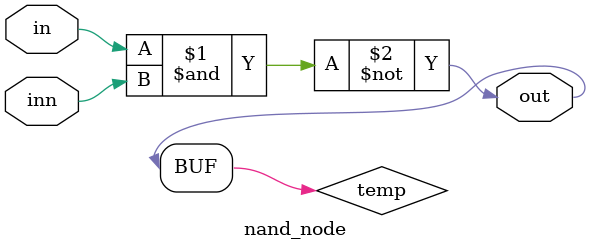
<source format=v>
`define WIDTH 8

module simple_op(a,b,out);
    input   [`WIDTH-1:0]a;
    input   [`WIDTH-1:0]b;
    output  [`WIDTH-1:0]out;
    wire    [`WIDTH-1:0]o;

genvar i;
generate
    for (i = 0; i < `WIDTH;i = i + 1) begin
      nand_node NNAND(
        .in(a[i]),.inn(b[i]),
        .out(o[i]));
    end
  endgenerate
  assign out = o;
endmodule

module nand_node(in,inn,out);
  input in;
  input inn;
  output out;
  wire temp;
  
  nand(temp,in,inn);
  assign out = temp;
  
endmodule 
</source>
